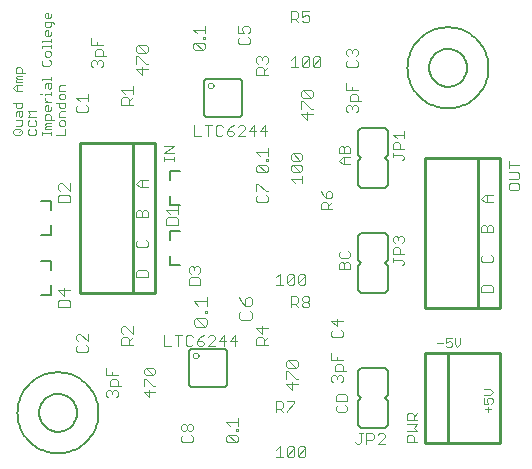
<source format=gto>
G75*
%MOIN*%
%OFA0B0*%
%FSLAX24Y24*%
%IPPOS*%
%LPD*%
%AMOC8*
5,1,8,0,0,1.08239X$1,22.5*
%
%ADD10C,0.0030*%
%ADD11C,0.0040*%
%ADD12C,0.0060*%
%ADD13C,0.0080*%
%ADD14C,0.0020*%
%ADD15C,0.0100*%
D10*
X003765Y002727D02*
X003765Y002850D01*
X003826Y002912D01*
X003888Y002912D01*
X003950Y002850D01*
X004012Y002912D01*
X004073Y002912D01*
X004135Y002850D01*
X004135Y002727D01*
X004073Y002665D01*
X003950Y002788D02*
X003950Y002850D01*
X003888Y003033D02*
X003888Y003218D01*
X003950Y003280D01*
X004073Y003280D01*
X004135Y003218D01*
X004135Y003033D01*
X004258Y003033D02*
X003888Y003033D01*
X003765Y002727D02*
X003826Y002665D01*
X003765Y003402D02*
X003765Y003649D01*
X003950Y003525D02*
X003950Y003402D01*
X004135Y003402D02*
X003765Y003402D01*
X003073Y004165D02*
X003135Y004227D01*
X003135Y004350D01*
X003073Y004412D01*
X003135Y004533D02*
X002888Y004780D01*
X002826Y004780D01*
X002765Y004718D01*
X002765Y004595D01*
X002826Y004533D01*
X002826Y004412D02*
X002765Y004350D01*
X002765Y004227D01*
X002826Y004165D01*
X003073Y004165D01*
X003135Y004533D02*
X003135Y004780D01*
X002535Y005678D02*
X002165Y005678D01*
X002165Y005864D01*
X002226Y005925D01*
X002473Y005925D01*
X002535Y005864D01*
X002535Y005678D01*
X002350Y006047D02*
X002350Y006294D01*
X002535Y006232D02*
X002165Y006232D01*
X002350Y006047D01*
X004265Y004968D02*
X004265Y004845D01*
X004326Y004783D01*
X004326Y004662D02*
X004265Y004600D01*
X004265Y004415D01*
X004635Y004415D01*
X004512Y004415D02*
X004512Y004600D01*
X004450Y004662D01*
X004326Y004662D01*
X004512Y004538D02*
X004635Y004662D01*
X004635Y004783D02*
X004388Y005030D01*
X004326Y005030D01*
X004265Y004968D01*
X004635Y005030D02*
X004635Y004783D01*
X005076Y003649D02*
X005323Y003402D01*
X005385Y003463D01*
X005385Y003587D01*
X005323Y003649D01*
X005076Y003649D01*
X005015Y003587D01*
X005015Y003463D01*
X005076Y003402D01*
X005323Y003402D01*
X005076Y003280D02*
X005323Y003033D01*
X005385Y003033D01*
X005385Y002850D02*
X005015Y002850D01*
X005200Y002665D01*
X005200Y002912D01*
X005015Y003033D02*
X005015Y003280D01*
X005076Y003280D01*
X006326Y001780D02*
X006388Y001780D01*
X006450Y001718D01*
X006450Y001595D01*
X006388Y001533D01*
X006326Y001533D01*
X006265Y001595D01*
X006265Y001718D01*
X006326Y001780D01*
X006450Y001718D02*
X006512Y001780D01*
X006573Y001780D01*
X006635Y001718D01*
X006635Y001595D01*
X006573Y001533D01*
X006512Y001533D01*
X006450Y001595D01*
X006573Y001412D02*
X006635Y001350D01*
X006635Y001227D01*
X006573Y001165D01*
X006326Y001165D01*
X006265Y001227D01*
X006265Y001350D01*
X006326Y001412D01*
X007765Y001350D02*
X007765Y001227D01*
X007826Y001165D01*
X008073Y001165D01*
X007826Y001412D01*
X008073Y001412D01*
X008135Y001350D01*
X008135Y001227D01*
X008073Y001165D01*
X007826Y001412D02*
X007765Y001350D01*
X008073Y001533D02*
X008073Y001595D01*
X008135Y001595D01*
X008135Y001533D01*
X008073Y001533D01*
X008135Y001717D02*
X008135Y001964D01*
X008135Y001841D02*
X007765Y001841D01*
X007888Y001717D01*
X009415Y002165D02*
X009415Y002535D01*
X009600Y002535D01*
X009662Y002474D01*
X009662Y002350D01*
X009600Y002288D01*
X009415Y002288D01*
X009538Y002288D02*
X009662Y002165D01*
X009783Y002165D02*
X009783Y002227D01*
X010030Y002474D01*
X010030Y002535D01*
X009783Y002535D01*
X009950Y002915D02*
X009950Y003162D01*
X010073Y003283D02*
X010135Y003283D01*
X010073Y003283D02*
X009826Y003530D01*
X009765Y003530D01*
X009765Y003283D01*
X009765Y003100D02*
X009950Y002915D01*
X010135Y003100D02*
X009765Y003100D01*
X009826Y003652D02*
X009765Y003713D01*
X009765Y003837D01*
X009826Y003899D01*
X010073Y003652D01*
X010135Y003713D01*
X010135Y003837D01*
X010073Y003899D01*
X009826Y003899D01*
X009826Y003652D02*
X010073Y003652D01*
X009135Y004415D02*
X008765Y004415D01*
X008765Y004600D01*
X008826Y004662D01*
X008950Y004662D01*
X009012Y004600D01*
X009012Y004415D01*
X009012Y004538D02*
X009135Y004662D01*
X008950Y004783D02*
X008950Y005030D01*
X009135Y004968D02*
X008765Y004968D01*
X008950Y004783D01*
X009915Y005665D02*
X009915Y006035D01*
X010100Y006035D01*
X010162Y005974D01*
X010162Y005850D01*
X010100Y005788D01*
X009915Y005788D01*
X010038Y005788D02*
X010162Y005665D01*
X010283Y005727D02*
X010283Y005788D01*
X010345Y005850D01*
X010468Y005850D01*
X010530Y005788D01*
X010530Y005727D01*
X010468Y005665D01*
X010345Y005665D01*
X010283Y005727D01*
X010345Y005850D02*
X010283Y005912D01*
X010283Y005974D01*
X010345Y006035D01*
X010468Y006035D01*
X010530Y005974D01*
X010530Y005912D01*
X010468Y005850D01*
X010337Y006415D02*
X010213Y006415D01*
X010152Y006477D01*
X010399Y006724D01*
X010399Y006477D01*
X010337Y006415D01*
X010152Y006477D02*
X010152Y006724D01*
X010213Y006785D01*
X010337Y006785D01*
X010399Y006724D01*
X010030Y006724D02*
X010030Y006477D01*
X009968Y006415D01*
X009845Y006415D01*
X009783Y006477D01*
X010030Y006724D01*
X009968Y006785D01*
X009845Y006785D01*
X009783Y006724D01*
X009783Y006477D01*
X009662Y006415D02*
X009415Y006415D01*
X009538Y006415D02*
X009538Y006785D01*
X009415Y006662D01*
X011265Y005218D02*
X011450Y005033D01*
X011450Y005280D01*
X011635Y005218D02*
X011265Y005218D01*
X011326Y004912D02*
X011265Y004850D01*
X011265Y004727D01*
X011326Y004665D01*
X011573Y004665D01*
X011635Y004727D01*
X011635Y004850D01*
X011573Y004912D01*
X011265Y004149D02*
X011265Y003902D01*
X011635Y003902D01*
X011573Y003780D02*
X011450Y003780D01*
X011388Y003718D01*
X011388Y003533D01*
X011758Y003533D01*
X011635Y003533D02*
X011635Y003718D01*
X011573Y003780D01*
X011450Y003902D02*
X011450Y004025D01*
X011512Y003412D02*
X011573Y003412D01*
X011635Y003350D01*
X011635Y003227D01*
X011573Y003165D01*
X011450Y003288D02*
X011450Y003350D01*
X011512Y003412D01*
X011450Y003350D02*
X011388Y003412D01*
X011326Y003412D01*
X011265Y003350D01*
X011265Y003227D01*
X011326Y003165D01*
X010337Y001035D02*
X010213Y001035D01*
X010152Y000974D01*
X010152Y000727D01*
X010399Y000974D01*
X010399Y000727D01*
X010337Y000665D01*
X010213Y000665D01*
X010152Y000727D01*
X010030Y000727D02*
X009968Y000665D01*
X009845Y000665D01*
X009783Y000727D01*
X010030Y000974D01*
X010030Y000727D01*
X010030Y000974D02*
X009968Y001035D01*
X009845Y001035D01*
X009783Y000974D01*
X009783Y000727D01*
X009662Y000665D02*
X009415Y000665D01*
X009538Y000665D02*
X009538Y001035D01*
X009415Y000912D01*
X010337Y001035D02*
X010399Y000974D01*
X014781Y004490D02*
X014975Y004490D01*
X015076Y004490D02*
X015172Y004538D01*
X015221Y004538D01*
X015269Y004490D01*
X015269Y004393D01*
X015221Y004345D01*
X015124Y004345D01*
X015076Y004393D01*
X015076Y004490D02*
X015076Y004635D01*
X015269Y004635D01*
X015370Y004635D02*
X015370Y004442D01*
X015467Y004345D01*
X015564Y004442D01*
X015564Y004635D01*
X016265Y006165D02*
X016265Y006350D01*
X016326Y006412D01*
X016573Y006412D01*
X016635Y006350D01*
X016635Y006165D01*
X016265Y006165D01*
X016326Y007165D02*
X016573Y007165D01*
X016635Y007227D01*
X016635Y007350D01*
X016573Y007412D01*
X016326Y007412D02*
X016265Y007350D01*
X016265Y007227D01*
X016326Y007165D01*
X016265Y008165D02*
X016265Y008350D01*
X016326Y008412D01*
X016388Y008412D01*
X016450Y008350D01*
X016450Y008165D01*
X016635Y008165D02*
X016635Y008350D01*
X016573Y008412D01*
X016512Y008412D01*
X016450Y008350D01*
X016635Y008165D02*
X016265Y008165D01*
X016388Y009165D02*
X016265Y009288D01*
X016388Y009412D01*
X016635Y009412D01*
X016450Y009412D02*
X016450Y009165D01*
X016388Y009165D02*
X016635Y009165D01*
X012135Y012227D02*
X012073Y012165D01*
X012135Y012227D02*
X012135Y012350D01*
X012073Y012412D01*
X012012Y012412D01*
X011950Y012350D01*
X011950Y012288D01*
X011950Y012350D02*
X011888Y012412D01*
X011826Y012412D01*
X011765Y012350D01*
X011765Y012227D01*
X011826Y012165D01*
X011888Y012533D02*
X011888Y012718D01*
X011950Y012780D01*
X012073Y012780D01*
X012135Y012718D01*
X012135Y012533D01*
X012258Y012533D02*
X011888Y012533D01*
X011950Y012902D02*
X011950Y013025D01*
X012135Y012902D02*
X011765Y012902D01*
X011765Y013149D01*
X011826Y013665D02*
X012073Y013665D01*
X012135Y013727D01*
X012135Y013850D01*
X012073Y013912D01*
X012073Y014033D02*
X012135Y014095D01*
X012135Y014218D01*
X012073Y014280D01*
X012012Y014280D01*
X011950Y014218D01*
X011950Y014157D01*
X011950Y014218D02*
X011888Y014280D01*
X011826Y014280D01*
X011765Y014218D01*
X011765Y014095D01*
X011826Y014033D01*
X011826Y013912D02*
X011765Y013850D01*
X011765Y013727D01*
X011826Y013665D01*
X010899Y013727D02*
X010837Y013665D01*
X010713Y013665D01*
X010652Y013727D01*
X010899Y013974D01*
X010899Y013727D01*
X010899Y013974D02*
X010837Y014035D01*
X010713Y014035D01*
X010652Y013974D01*
X010652Y013727D01*
X010530Y013727D02*
X010468Y013665D01*
X010345Y013665D01*
X010283Y013727D01*
X010530Y013974D01*
X010530Y013727D01*
X010530Y013974D02*
X010468Y014035D01*
X010345Y014035D01*
X010283Y013974D01*
X010283Y013727D01*
X010162Y013665D02*
X009915Y013665D01*
X010038Y013665D02*
X010038Y014035D01*
X009915Y013912D01*
X009135Y013968D02*
X009135Y013845D01*
X009073Y013783D01*
X009135Y013662D02*
X009012Y013538D01*
X009012Y013600D02*
X009012Y013415D01*
X009135Y013415D02*
X008765Y013415D01*
X008765Y013600D01*
X008826Y013662D01*
X008950Y013662D01*
X009012Y013600D01*
X008826Y013783D02*
X008765Y013845D01*
X008765Y013968D01*
X008826Y014030D01*
X008888Y014030D01*
X008950Y013968D01*
X009012Y014030D01*
X009073Y014030D01*
X009135Y013968D01*
X008950Y013968D02*
X008950Y013907D01*
X008473Y014428D02*
X008535Y014490D01*
X008535Y014614D01*
X008473Y014675D01*
X008473Y014797D02*
X008535Y014858D01*
X008535Y014982D01*
X008473Y015044D01*
X008350Y015044D01*
X008288Y014982D01*
X008288Y014920D01*
X008350Y014797D01*
X008165Y014797D01*
X008165Y015044D01*
X008226Y014675D02*
X008165Y014614D01*
X008165Y014490D01*
X008226Y014428D01*
X008473Y014428D01*
X007035Y014429D02*
X007035Y014306D01*
X006973Y014244D01*
X006726Y014491D01*
X006973Y014491D01*
X007035Y014429D01*
X007035Y014613D02*
X007035Y014674D01*
X006973Y014674D01*
X006973Y014613D01*
X007035Y014613D01*
X007035Y014797D02*
X007035Y015044D01*
X007035Y014920D02*
X006665Y014920D01*
X006788Y014797D01*
X006726Y014491D02*
X006665Y014429D01*
X006665Y014306D01*
X006726Y014244D01*
X006973Y014244D01*
X005135Y014213D02*
X005073Y014152D01*
X004826Y014399D01*
X005073Y014399D01*
X005135Y014337D01*
X005135Y014213D01*
X005073Y014152D02*
X004826Y014152D01*
X004765Y014213D01*
X004765Y014337D01*
X004826Y014399D01*
X004826Y014030D02*
X004765Y014030D01*
X004765Y013783D01*
X004765Y013600D02*
X004950Y013415D01*
X004950Y013662D01*
X005073Y013783D02*
X005135Y013783D01*
X005073Y013783D02*
X004826Y014030D01*
X004765Y013600D02*
X005135Y013600D01*
X004635Y013030D02*
X004635Y012783D01*
X004635Y012662D02*
X004512Y012538D01*
X004512Y012600D02*
X004512Y012415D01*
X004635Y012415D02*
X004265Y012415D01*
X004265Y012600D01*
X004326Y012662D01*
X004450Y012662D01*
X004512Y012600D01*
X004388Y012783D02*
X004265Y012907D01*
X004635Y012907D01*
X003635Y013727D02*
X003573Y013665D01*
X003635Y013727D02*
X003635Y013850D01*
X003573Y013912D01*
X003512Y013912D01*
X003450Y013850D01*
X003450Y013788D01*
X003450Y013850D02*
X003388Y013912D01*
X003326Y013912D01*
X003265Y013850D01*
X003265Y013727D01*
X003326Y013665D01*
X003388Y014033D02*
X003388Y014218D01*
X003450Y014280D01*
X003573Y014280D01*
X003635Y014218D01*
X003635Y014033D01*
X003758Y014033D02*
X003388Y014033D01*
X003450Y014402D02*
X003450Y014525D01*
X003635Y014402D02*
X003265Y014402D01*
X003265Y014649D01*
X002002Y015097D02*
X002002Y015145D01*
X001953Y015193D01*
X001712Y015193D01*
X001712Y015048D01*
X001760Y015000D01*
X001857Y015000D01*
X001905Y015048D01*
X001905Y015193D01*
X001857Y015295D02*
X001760Y015295D01*
X001712Y015343D01*
X001712Y015440D01*
X001760Y015488D01*
X001808Y015488D01*
X001808Y015295D01*
X001857Y015295D02*
X001905Y015343D01*
X001905Y015440D01*
X001808Y014899D02*
X001760Y014899D01*
X001712Y014850D01*
X001712Y014754D01*
X001760Y014705D01*
X001857Y014705D01*
X001905Y014754D01*
X001905Y014850D01*
X001808Y014899D02*
X001808Y014705D01*
X001905Y014606D02*
X001905Y014509D01*
X001905Y014557D02*
X001615Y014557D01*
X001615Y014509D01*
X001615Y014361D02*
X001905Y014361D01*
X001905Y014409D02*
X001905Y014312D01*
X001857Y014211D02*
X001760Y014211D01*
X001712Y014163D01*
X001712Y014066D01*
X001760Y014018D01*
X001857Y014018D01*
X001905Y014066D01*
X001905Y014163D01*
X001857Y014211D01*
X001615Y014312D02*
X001615Y014361D01*
X001663Y013917D02*
X001615Y013868D01*
X001615Y013771D01*
X001663Y013723D01*
X001857Y013723D01*
X001905Y013771D01*
X001905Y013868D01*
X001857Y013917D01*
X001905Y013329D02*
X001905Y013232D01*
X001905Y013280D02*
X001615Y013280D01*
X001615Y013232D01*
X001760Y013131D02*
X001905Y013131D01*
X001905Y012986D01*
X001857Y012937D01*
X001808Y012986D01*
X001808Y013131D01*
X001760Y013131D02*
X001712Y013082D01*
X001712Y012986D01*
X001712Y012789D02*
X001905Y012789D01*
X001905Y012741D02*
X001905Y012838D01*
X001712Y012789D02*
X001712Y012741D01*
X001712Y012641D02*
X001712Y012592D01*
X001808Y012495D01*
X001712Y012495D02*
X001905Y012495D01*
X001808Y012394D02*
X001760Y012394D01*
X001712Y012346D01*
X001712Y012249D01*
X001760Y012201D01*
X001857Y012201D01*
X001905Y012249D01*
X001905Y012346D01*
X001808Y012394D02*
X001808Y012201D01*
X001760Y012100D02*
X001857Y012100D01*
X001905Y012051D01*
X001905Y011906D01*
X002002Y011906D02*
X001712Y011906D01*
X001712Y012051D01*
X001760Y012100D01*
X001425Y012004D02*
X001135Y012004D01*
X001232Y012101D01*
X001135Y012198D01*
X001425Y012198D01*
X001377Y011903D02*
X001425Y011855D01*
X001425Y011758D01*
X001377Y011710D01*
X001183Y011710D01*
X001135Y011758D01*
X001135Y011855D01*
X001183Y011903D01*
X000945Y011903D02*
X000945Y011758D01*
X000897Y011710D01*
X000752Y011710D01*
X000703Y011608D02*
X000655Y011560D01*
X000655Y011463D01*
X000703Y011415D01*
X000897Y011415D01*
X000945Y011463D01*
X000945Y011560D01*
X000897Y011608D01*
X000703Y011608D01*
X000848Y011512D02*
X000945Y011608D01*
X001135Y011560D02*
X001135Y011463D01*
X001183Y011415D01*
X001377Y011415D01*
X001425Y011463D01*
X001425Y011560D01*
X001377Y011608D01*
X001183Y011608D02*
X001135Y011560D01*
X000945Y011903D02*
X000752Y011903D01*
X000752Y012053D02*
X000752Y012149D01*
X000800Y012198D01*
X000945Y012198D01*
X000945Y012053D01*
X000897Y012004D01*
X000848Y012053D01*
X000848Y012198D01*
X000800Y012299D02*
X000752Y012347D01*
X000752Y012492D01*
X000655Y012492D02*
X000945Y012492D01*
X000945Y012347D01*
X000897Y012299D01*
X000800Y012299D01*
X000800Y012888D02*
X000800Y013082D01*
X000752Y013082D02*
X000945Y013082D01*
X000945Y013183D02*
X000752Y013183D01*
X000752Y013231D01*
X000800Y013280D01*
X000752Y013328D01*
X000800Y013376D01*
X000945Y013376D01*
X000945Y013280D02*
X000800Y013280D01*
X000752Y013478D02*
X000752Y013623D01*
X000800Y013671D01*
X000897Y013671D01*
X000945Y013623D01*
X000945Y013478D01*
X001042Y013478D02*
X000752Y013478D01*
X000752Y013082D02*
X000655Y012985D01*
X000752Y012888D01*
X000945Y012888D01*
X001566Y012789D02*
X001615Y012789D01*
X002095Y012492D02*
X002385Y012492D01*
X002385Y012347D01*
X002337Y012299D01*
X002240Y012299D01*
X002192Y012347D01*
X002192Y012492D01*
X002240Y012594D02*
X002337Y012594D01*
X002385Y012642D01*
X002385Y012739D01*
X002337Y012787D01*
X002240Y012787D01*
X002192Y012739D01*
X002192Y012642D01*
X002240Y012594D01*
X002192Y012888D02*
X002192Y013033D01*
X002240Y013082D01*
X002385Y013082D01*
X002385Y012888D02*
X002192Y012888D01*
X002765Y012657D02*
X003135Y012657D01*
X003135Y012780D02*
X003135Y012533D01*
X003073Y012412D02*
X003135Y012350D01*
X003135Y012227D01*
X003073Y012165D01*
X002826Y012165D01*
X002765Y012227D01*
X002765Y012350D01*
X002826Y012412D01*
X002888Y012533D02*
X002765Y012657D01*
X002385Y012198D02*
X002240Y012198D01*
X002192Y012149D01*
X002192Y012004D01*
X002385Y012004D01*
X002337Y011903D02*
X002240Y011903D01*
X002192Y011855D01*
X002192Y011758D01*
X002240Y011710D01*
X002337Y011710D01*
X002385Y011758D01*
X002385Y011855D01*
X002337Y011903D01*
X002385Y011608D02*
X002385Y011415D01*
X002095Y011415D01*
X001905Y011415D02*
X001905Y011512D01*
X001905Y011463D02*
X001615Y011463D01*
X001615Y011415D02*
X001615Y011512D01*
X001712Y011611D02*
X001712Y011660D01*
X001760Y011708D01*
X001712Y011757D01*
X001760Y011805D01*
X001905Y011805D01*
X001905Y011708D02*
X001760Y011708D01*
X001712Y011611D02*
X001905Y011611D01*
X002226Y009794D02*
X002165Y009732D01*
X002165Y009608D01*
X002226Y009547D01*
X002226Y009425D02*
X002165Y009364D01*
X002165Y009178D01*
X002535Y009178D01*
X002535Y009364D01*
X002473Y009425D01*
X002226Y009425D01*
X002535Y009547D02*
X002288Y009794D01*
X002226Y009794D01*
X002535Y009794D02*
X002535Y009547D01*
X004765Y009788D02*
X004888Y009912D01*
X005135Y009912D01*
X004950Y009912D02*
X004950Y009665D01*
X004888Y009665D02*
X004765Y009788D01*
X004888Y009665D02*
X005135Y009665D01*
X005073Y008912D02*
X005135Y008850D01*
X005135Y008665D01*
X004765Y008665D01*
X004765Y008850D01*
X004826Y008912D01*
X004888Y008912D01*
X004950Y008850D01*
X004950Y008665D01*
X004950Y008850D02*
X005012Y008912D01*
X005073Y008912D01*
X005765Y008907D02*
X006135Y008907D01*
X006135Y009030D02*
X006135Y008783D01*
X006073Y008662D02*
X005826Y008662D01*
X005765Y008600D01*
X005765Y008415D01*
X006135Y008415D01*
X006135Y008600D01*
X006073Y008662D01*
X005888Y008783D02*
X005765Y008907D01*
X005073Y007912D02*
X005135Y007850D01*
X005135Y007727D01*
X005073Y007665D01*
X004826Y007665D01*
X004765Y007727D01*
X004765Y007850D01*
X004826Y007912D01*
X004826Y006912D02*
X004765Y006850D01*
X004765Y006665D01*
X005135Y006665D01*
X005135Y006850D01*
X005073Y006912D01*
X004826Y006912D01*
X006515Y006968D02*
X006515Y006845D01*
X006576Y006783D01*
X006576Y006662D02*
X006515Y006600D01*
X006515Y006415D01*
X006885Y006415D01*
X006885Y006600D01*
X006823Y006662D01*
X006576Y006662D01*
X006700Y006907D02*
X006700Y006968D01*
X006762Y007030D01*
X006823Y007030D01*
X006885Y006968D01*
X006885Y006845D01*
X006823Y006783D01*
X006700Y006968D02*
X006638Y007030D01*
X006576Y007030D01*
X006515Y006968D01*
X008765Y009227D02*
X008826Y009165D01*
X009073Y009165D01*
X009135Y009227D01*
X009135Y009350D01*
X009073Y009412D01*
X009073Y009533D02*
X009135Y009533D01*
X009073Y009533D02*
X008826Y009780D01*
X008765Y009780D01*
X008765Y009533D01*
X008826Y009412D02*
X008765Y009350D01*
X008765Y009227D01*
X008826Y010165D02*
X008765Y010227D01*
X008765Y010350D01*
X008826Y010412D01*
X009073Y010165D01*
X009135Y010227D01*
X009135Y010350D01*
X009073Y010412D01*
X008826Y010412D01*
X008826Y010165D02*
X009073Y010165D01*
X009073Y010533D02*
X009073Y010595D01*
X009135Y010595D01*
X009135Y010533D01*
X009073Y010533D01*
X009135Y010717D02*
X009135Y010964D01*
X009135Y010841D02*
X008765Y010841D01*
X008888Y010717D01*
X009915Y010732D02*
X009915Y010608D01*
X009976Y010547D01*
X010223Y010547D01*
X009976Y010794D01*
X010223Y010794D01*
X010285Y010732D01*
X010285Y010608D01*
X010223Y010547D01*
X010223Y010425D02*
X009976Y010425D01*
X010223Y010178D01*
X010285Y010240D01*
X010285Y010364D01*
X010223Y010425D01*
X009976Y010425D02*
X009915Y010364D01*
X009915Y010240D01*
X009976Y010178D01*
X010223Y010178D01*
X010285Y010057D02*
X010285Y009810D01*
X010285Y009933D02*
X009915Y009933D01*
X010038Y009810D01*
X010915Y009544D02*
X010976Y009420D01*
X011100Y009297D01*
X011100Y009482D01*
X011162Y009544D01*
X011223Y009544D01*
X011285Y009482D01*
X011285Y009358D01*
X011223Y009297D01*
X011100Y009297D01*
X011100Y009175D02*
X010976Y009175D01*
X010915Y009114D01*
X010915Y008928D01*
X011285Y008928D01*
X011162Y008928D02*
X011162Y009114D01*
X011100Y009175D01*
X011162Y009052D02*
X011285Y009175D01*
X009915Y010732D02*
X009976Y010794D01*
X010450Y011915D02*
X010450Y012162D01*
X010573Y012283D02*
X010635Y012283D01*
X010573Y012283D02*
X010326Y012530D01*
X010265Y012530D01*
X010265Y012283D01*
X010265Y012100D02*
X010450Y011915D01*
X010635Y012100D02*
X010265Y012100D01*
X010326Y012652D02*
X010265Y012713D01*
X010265Y012837D01*
X010326Y012899D01*
X010573Y012652D01*
X010635Y012713D01*
X010635Y012837D01*
X010573Y012899D01*
X010326Y012899D01*
X010326Y012652D02*
X010573Y012652D01*
X010468Y015165D02*
X010345Y015165D01*
X010283Y015227D01*
X010283Y015350D02*
X010407Y015412D01*
X010468Y015412D01*
X010530Y015350D01*
X010530Y015227D01*
X010468Y015165D01*
X010283Y015350D02*
X010283Y015535D01*
X010530Y015535D01*
X010162Y015474D02*
X010162Y015350D01*
X010100Y015288D01*
X009915Y015288D01*
X009915Y015165D02*
X009915Y015535D01*
X010100Y015535D01*
X010162Y015474D01*
X010038Y015288D02*
X010162Y015165D01*
X016345Y002948D02*
X016538Y002948D01*
X016635Y002851D01*
X016538Y002754D01*
X016345Y002754D01*
X016345Y002653D02*
X016345Y002460D01*
X016490Y002460D01*
X016442Y002556D01*
X016442Y002605D01*
X016490Y002653D01*
X016587Y002653D01*
X016635Y002605D01*
X016635Y002508D01*
X016587Y002460D01*
X016490Y002358D02*
X016490Y002165D01*
X016393Y002262D02*
X016587Y002262D01*
D11*
X014130Y002147D02*
X014010Y002027D01*
X014010Y002087D02*
X014010Y001907D01*
X014130Y001907D02*
X013770Y001907D01*
X013770Y002087D01*
X013830Y002147D01*
X013950Y002147D01*
X014010Y002087D01*
X014130Y001779D02*
X013770Y001779D01*
X014010Y001658D02*
X014130Y001779D01*
X014010Y001658D02*
X014130Y001538D01*
X013770Y001538D01*
X013830Y001410D02*
X013950Y001410D01*
X014010Y001350D01*
X014010Y001170D01*
X014130Y001170D02*
X013770Y001170D01*
X013770Y001350D01*
X013830Y001410D01*
X013042Y001420D02*
X012982Y001480D01*
X012862Y001480D01*
X012802Y001420D01*
X012674Y001420D02*
X012674Y001300D01*
X012614Y001240D01*
X012433Y001240D01*
X012433Y001120D02*
X012433Y001480D01*
X012614Y001480D01*
X012674Y001420D01*
X012802Y001120D02*
X013042Y001360D01*
X013042Y001420D01*
X013042Y001120D02*
X012802Y001120D01*
X012245Y001180D02*
X012245Y001480D01*
X012185Y001480D02*
X012305Y001480D01*
X012245Y001180D02*
X012185Y001120D01*
X012125Y001120D01*
X012065Y001180D01*
X011720Y002170D02*
X011480Y002170D01*
X011420Y002230D01*
X011420Y002350D01*
X011480Y002410D01*
X011420Y002538D02*
X011420Y002718D01*
X011480Y002779D01*
X011720Y002779D01*
X011780Y002718D01*
X011780Y002538D01*
X011420Y002538D01*
X011720Y002410D02*
X011780Y002350D01*
X011780Y002230D01*
X011720Y002170D01*
X008630Y005326D02*
X008553Y005249D01*
X008246Y005249D01*
X008170Y005326D01*
X008170Y005479D01*
X008246Y005556D01*
X008400Y005710D02*
X008400Y005940D01*
X008477Y006017D01*
X008553Y006017D01*
X008630Y005940D01*
X008630Y005786D01*
X008553Y005710D01*
X008400Y005710D01*
X008246Y005863D01*
X008170Y006017D01*
X008553Y005556D02*
X008630Y005479D01*
X008630Y005326D01*
X008060Y004730D02*
X007880Y004550D01*
X008120Y004550D01*
X008060Y004370D02*
X008060Y004730D01*
X007752Y004550D02*
X007512Y004550D01*
X007692Y004730D01*
X007692Y004370D01*
X007383Y004370D02*
X007143Y004370D01*
X007383Y004610D01*
X007383Y004670D01*
X007323Y004730D01*
X007203Y004730D01*
X007143Y004670D01*
X007015Y004730D02*
X006895Y004670D01*
X006775Y004550D01*
X006955Y004550D01*
X007015Y004490D01*
X007015Y004430D01*
X006955Y004370D01*
X006835Y004370D01*
X006775Y004430D01*
X006775Y004550D01*
X006647Y004430D02*
X006587Y004370D01*
X006467Y004370D01*
X006407Y004430D01*
X006407Y004670D01*
X006467Y004730D01*
X006587Y004730D01*
X006647Y004670D01*
X006279Y004730D02*
X006038Y004730D01*
X006158Y004730D02*
X006158Y004370D01*
X005910Y004370D02*
X005670Y004370D01*
X005670Y004730D01*
X006670Y005096D02*
X006670Y005249D01*
X006746Y005326D01*
X007053Y005019D01*
X007130Y005096D01*
X007130Y005249D01*
X007053Y005326D01*
X006746Y005326D01*
X006670Y005096D02*
X006746Y005019D01*
X007053Y005019D01*
X007053Y005479D02*
X007053Y005556D01*
X007130Y005556D01*
X007130Y005479D01*
X007053Y005479D01*
X007130Y005710D02*
X007130Y006017D01*
X007130Y005863D02*
X006670Y005863D01*
X006823Y005710D01*
X011520Y006933D02*
X011520Y007114D01*
X011580Y007174D01*
X011640Y007174D01*
X011700Y007114D01*
X011700Y006933D01*
X011880Y006933D02*
X011880Y007114D01*
X011820Y007174D01*
X011760Y007174D01*
X011700Y007114D01*
X011580Y007302D02*
X011820Y007302D01*
X011880Y007362D01*
X011880Y007482D01*
X011820Y007542D01*
X011580Y007542D02*
X011520Y007482D01*
X011520Y007362D01*
X011580Y007302D01*
X011520Y006933D02*
X011880Y006933D01*
X013320Y007185D02*
X013320Y007305D01*
X013320Y007245D02*
X013620Y007245D01*
X013680Y007185D01*
X013680Y007125D01*
X013620Y007065D01*
X013680Y007433D02*
X013320Y007433D01*
X013320Y007614D01*
X013380Y007674D01*
X013500Y007674D01*
X013560Y007614D01*
X013560Y007433D01*
X013620Y007802D02*
X013680Y007862D01*
X013680Y007982D01*
X013620Y008042D01*
X013560Y008042D01*
X013500Y007982D01*
X013500Y007922D01*
X013500Y007982D02*
X013440Y008042D01*
X013380Y008042D01*
X013320Y007982D01*
X013320Y007862D01*
X013380Y007802D01*
X011880Y010433D02*
X011640Y010433D01*
X011520Y010553D01*
X011640Y010674D01*
X011880Y010674D01*
X011880Y010802D02*
X011880Y010982D01*
X011820Y011042D01*
X011760Y011042D01*
X011700Y010982D01*
X011700Y010802D01*
X011700Y010674D02*
X011700Y010433D01*
X011880Y010802D02*
X011520Y010802D01*
X011520Y010982D01*
X011580Y011042D01*
X011640Y011042D01*
X011700Y010982D01*
X013320Y010933D02*
X013320Y011114D01*
X013380Y011174D01*
X013500Y011174D01*
X013560Y011114D01*
X013560Y010933D01*
X013680Y010933D02*
X013320Y010933D01*
X013320Y010805D02*
X013320Y010685D01*
X013320Y010745D02*
X013620Y010745D01*
X013680Y010685D01*
X013680Y010625D01*
X013620Y010565D01*
X013680Y011302D02*
X013680Y011542D01*
X013680Y011422D02*
X013320Y011422D01*
X013440Y011302D01*
X017170Y010542D02*
X017170Y010302D01*
X017170Y010422D02*
X017530Y010422D01*
X017470Y010174D02*
X017170Y010174D01*
X017170Y009933D02*
X017470Y009933D01*
X017530Y009993D01*
X017530Y010114D01*
X017470Y010174D01*
X017470Y009805D02*
X017230Y009805D01*
X017170Y009745D01*
X017170Y009625D01*
X017230Y009565D01*
X017470Y009565D01*
X017530Y009625D01*
X017530Y009745D01*
X017470Y009805D01*
X009120Y011550D02*
X008880Y011550D01*
X009060Y011730D01*
X009060Y011370D01*
X008752Y011550D02*
X008512Y011550D01*
X008692Y011730D01*
X008692Y011370D01*
X008383Y011370D02*
X008143Y011370D01*
X008383Y011610D01*
X008383Y011670D01*
X008323Y011730D01*
X008203Y011730D01*
X008143Y011670D01*
X008015Y011730D02*
X007895Y011670D01*
X007775Y011550D01*
X007955Y011550D01*
X008015Y011490D01*
X008015Y011430D01*
X007955Y011370D01*
X007835Y011370D01*
X007775Y011430D01*
X007775Y011550D01*
X007647Y011430D02*
X007587Y011370D01*
X007467Y011370D01*
X007407Y011430D01*
X007407Y011670D01*
X007467Y011730D01*
X007587Y011730D01*
X007647Y011670D01*
X007279Y011730D02*
X007038Y011730D01*
X007158Y011730D02*
X007158Y011370D01*
X006910Y011370D02*
X006670Y011370D01*
X006670Y011730D01*
X006030Y011042D02*
X005670Y011042D01*
X005670Y010802D02*
X006030Y011042D01*
X006030Y010802D02*
X005670Y010802D01*
X005670Y010676D02*
X005670Y010556D01*
X005670Y010616D02*
X006030Y010616D01*
X006030Y010556D02*
X006030Y010676D01*
D12*
X005890Y010210D02*
X005890Y009899D01*
X005890Y010210D02*
X006223Y010210D01*
X005890Y009391D02*
X005890Y009090D01*
X006223Y009090D01*
X006223Y008210D02*
X005890Y008210D01*
X005890Y007899D01*
X005890Y007391D02*
X005890Y007090D01*
X006223Y007090D01*
X006638Y004290D02*
X007661Y004290D01*
X007681Y004288D01*
X007701Y004284D01*
X007719Y004276D01*
X007736Y004266D01*
X007752Y004253D01*
X007765Y004237D01*
X007775Y004220D01*
X007783Y004202D01*
X007787Y004182D01*
X007789Y004162D01*
X007789Y003139D01*
X007787Y003119D01*
X007783Y003099D01*
X007775Y003081D01*
X007765Y003064D01*
X007752Y003048D01*
X007736Y003035D01*
X007719Y003025D01*
X007701Y003017D01*
X007681Y003013D01*
X007661Y003011D01*
X006638Y003011D01*
X006618Y003013D01*
X006598Y003017D01*
X006580Y003025D01*
X006563Y003035D01*
X006547Y003048D01*
X006534Y003064D01*
X006524Y003081D01*
X006516Y003099D01*
X006512Y003119D01*
X006510Y003139D01*
X006510Y004178D01*
X006510Y004162D02*
X006512Y004182D01*
X006516Y004202D01*
X006524Y004220D01*
X006534Y004237D01*
X006547Y004253D01*
X006563Y004266D01*
X006580Y004276D01*
X006598Y004284D01*
X006618Y004288D01*
X006638Y004290D01*
X000800Y002150D02*
X000802Y002223D01*
X000808Y002296D01*
X000818Y002368D01*
X000832Y002440D01*
X000849Y002511D01*
X000871Y002581D01*
X000896Y002650D01*
X000925Y002717D01*
X000957Y002782D01*
X000993Y002846D01*
X001033Y002908D01*
X001075Y002967D01*
X001121Y003024D01*
X001170Y003078D01*
X001222Y003130D01*
X001276Y003179D01*
X001333Y003225D01*
X001392Y003267D01*
X001454Y003307D01*
X001518Y003343D01*
X001583Y003375D01*
X001650Y003404D01*
X001719Y003429D01*
X001789Y003451D01*
X001860Y003468D01*
X001932Y003482D01*
X002004Y003492D01*
X002077Y003498D01*
X002150Y003500D01*
X002223Y003498D01*
X002296Y003492D01*
X002368Y003482D01*
X002440Y003468D01*
X002511Y003451D01*
X002581Y003429D01*
X002650Y003404D01*
X002717Y003375D01*
X002782Y003343D01*
X002846Y003307D01*
X002908Y003267D01*
X002967Y003225D01*
X003024Y003179D01*
X003078Y003130D01*
X003130Y003078D01*
X003179Y003024D01*
X003225Y002967D01*
X003267Y002908D01*
X003307Y002846D01*
X003343Y002782D01*
X003375Y002717D01*
X003404Y002650D01*
X003429Y002581D01*
X003451Y002511D01*
X003468Y002440D01*
X003482Y002368D01*
X003492Y002296D01*
X003498Y002223D01*
X003500Y002150D01*
X003498Y002077D01*
X003492Y002004D01*
X003482Y001932D01*
X003468Y001860D01*
X003451Y001789D01*
X003429Y001719D01*
X003404Y001650D01*
X003375Y001583D01*
X003343Y001518D01*
X003307Y001454D01*
X003267Y001392D01*
X003225Y001333D01*
X003179Y001276D01*
X003130Y001222D01*
X003078Y001170D01*
X003024Y001121D01*
X002967Y001075D01*
X002908Y001033D01*
X002846Y000993D01*
X002782Y000957D01*
X002717Y000925D01*
X002650Y000896D01*
X002581Y000871D01*
X002511Y000849D01*
X002440Y000832D01*
X002368Y000818D01*
X002296Y000808D01*
X002223Y000802D01*
X002150Y000800D01*
X002077Y000802D01*
X002004Y000808D01*
X001932Y000818D01*
X001860Y000832D01*
X001789Y000849D01*
X001719Y000871D01*
X001650Y000896D01*
X001583Y000925D01*
X001518Y000957D01*
X001454Y000993D01*
X001392Y001033D01*
X001333Y001075D01*
X001276Y001121D01*
X001222Y001170D01*
X001170Y001222D01*
X001121Y001276D01*
X001075Y001333D01*
X001033Y001392D01*
X000993Y001454D01*
X000957Y001518D01*
X000925Y001583D01*
X000896Y001650D01*
X000871Y001719D01*
X000849Y001789D01*
X000832Y001860D01*
X000818Y001932D01*
X000808Y002004D01*
X000802Y002077D01*
X000800Y002150D01*
X001577Y006090D02*
X001910Y006090D01*
X001910Y006401D01*
X001910Y006909D02*
X001910Y007210D01*
X001577Y007210D01*
X001577Y008090D02*
X001910Y008090D01*
X001910Y008401D01*
X001910Y008909D02*
X001910Y009210D01*
X001577Y009210D01*
X007010Y012139D02*
X007010Y013178D01*
X007010Y013162D02*
X007012Y013182D01*
X007016Y013202D01*
X007024Y013220D01*
X007034Y013237D01*
X007047Y013253D01*
X007063Y013266D01*
X007080Y013276D01*
X007098Y013284D01*
X007118Y013288D01*
X007138Y013290D01*
X008161Y013290D01*
X008181Y013288D01*
X008201Y013284D01*
X008219Y013276D01*
X008236Y013266D01*
X008252Y013253D01*
X008265Y013237D01*
X008275Y013220D01*
X008283Y013202D01*
X008287Y013182D01*
X008289Y013162D01*
X008289Y012139D01*
X008287Y012119D01*
X008283Y012099D01*
X008275Y012081D01*
X008265Y012064D01*
X008252Y012048D01*
X008236Y012035D01*
X008219Y012025D01*
X008201Y012017D01*
X008181Y012013D01*
X008161Y012011D01*
X007138Y012011D01*
X007118Y012013D01*
X007098Y012017D01*
X007080Y012025D01*
X007063Y012035D01*
X007047Y012048D01*
X007034Y012064D01*
X007024Y012081D01*
X007016Y012099D01*
X007012Y012119D01*
X007010Y012139D01*
X012150Y011550D02*
X012150Y010750D01*
X012250Y010650D01*
X012150Y010550D01*
X012150Y009750D01*
X012250Y009650D01*
X013050Y009650D01*
X013150Y009750D01*
X013150Y010550D01*
X013050Y010650D01*
X013150Y010750D01*
X013150Y011550D01*
X013050Y011650D01*
X012250Y011650D01*
X012150Y011550D01*
X013800Y013650D02*
X013802Y013723D01*
X013808Y013796D01*
X013818Y013868D01*
X013832Y013940D01*
X013849Y014011D01*
X013871Y014081D01*
X013896Y014150D01*
X013925Y014217D01*
X013957Y014282D01*
X013993Y014346D01*
X014033Y014408D01*
X014075Y014467D01*
X014121Y014524D01*
X014170Y014578D01*
X014222Y014630D01*
X014276Y014679D01*
X014333Y014725D01*
X014392Y014767D01*
X014454Y014807D01*
X014518Y014843D01*
X014583Y014875D01*
X014650Y014904D01*
X014719Y014929D01*
X014789Y014951D01*
X014860Y014968D01*
X014932Y014982D01*
X015004Y014992D01*
X015077Y014998D01*
X015150Y015000D01*
X015223Y014998D01*
X015296Y014992D01*
X015368Y014982D01*
X015440Y014968D01*
X015511Y014951D01*
X015581Y014929D01*
X015650Y014904D01*
X015717Y014875D01*
X015782Y014843D01*
X015846Y014807D01*
X015908Y014767D01*
X015967Y014725D01*
X016024Y014679D01*
X016078Y014630D01*
X016130Y014578D01*
X016179Y014524D01*
X016225Y014467D01*
X016267Y014408D01*
X016307Y014346D01*
X016343Y014282D01*
X016375Y014217D01*
X016404Y014150D01*
X016429Y014081D01*
X016451Y014011D01*
X016468Y013940D01*
X016482Y013868D01*
X016492Y013796D01*
X016498Y013723D01*
X016500Y013650D01*
X016498Y013577D01*
X016492Y013504D01*
X016482Y013432D01*
X016468Y013360D01*
X016451Y013289D01*
X016429Y013219D01*
X016404Y013150D01*
X016375Y013083D01*
X016343Y013018D01*
X016307Y012954D01*
X016267Y012892D01*
X016225Y012833D01*
X016179Y012776D01*
X016130Y012722D01*
X016078Y012670D01*
X016024Y012621D01*
X015967Y012575D01*
X015908Y012533D01*
X015846Y012493D01*
X015782Y012457D01*
X015717Y012425D01*
X015650Y012396D01*
X015581Y012371D01*
X015511Y012349D01*
X015440Y012332D01*
X015368Y012318D01*
X015296Y012308D01*
X015223Y012302D01*
X015150Y012300D01*
X015077Y012302D01*
X015004Y012308D01*
X014932Y012318D01*
X014860Y012332D01*
X014789Y012349D01*
X014719Y012371D01*
X014650Y012396D01*
X014583Y012425D01*
X014518Y012457D01*
X014454Y012493D01*
X014392Y012533D01*
X014333Y012575D01*
X014276Y012621D01*
X014222Y012670D01*
X014170Y012722D01*
X014121Y012776D01*
X014075Y012833D01*
X014033Y012892D01*
X013993Y012954D01*
X013957Y013018D01*
X013925Y013083D01*
X013896Y013150D01*
X013871Y013219D01*
X013849Y013289D01*
X013832Y013360D01*
X013818Y013432D01*
X013808Y013504D01*
X013802Y013577D01*
X013800Y013650D01*
X013050Y008150D02*
X012250Y008150D01*
X012150Y008050D01*
X012150Y007250D01*
X012250Y007150D01*
X012150Y007050D01*
X012150Y006250D01*
X012250Y006150D01*
X013050Y006150D01*
X013150Y006250D01*
X013150Y007050D01*
X013050Y007150D01*
X013150Y007250D01*
X013150Y008050D01*
X013050Y008150D01*
X013050Y003650D02*
X012250Y003650D01*
X012150Y003550D01*
X012150Y002750D01*
X012250Y002650D01*
X012150Y002550D01*
X012150Y001750D01*
X012250Y001650D01*
X013050Y001650D01*
X013150Y001750D01*
X013150Y002550D01*
X013050Y002650D01*
X013150Y002750D01*
X013150Y003550D01*
X013050Y003650D01*
D13*
X001520Y002150D02*
X001522Y002200D01*
X001528Y002250D01*
X001538Y002299D01*
X001552Y002347D01*
X001569Y002394D01*
X001590Y002439D01*
X001615Y002483D01*
X001643Y002524D01*
X001675Y002563D01*
X001709Y002600D01*
X001746Y002634D01*
X001786Y002664D01*
X001828Y002691D01*
X001872Y002715D01*
X001918Y002736D01*
X001965Y002752D01*
X002013Y002765D01*
X002063Y002774D01*
X002112Y002779D01*
X002163Y002780D01*
X002213Y002777D01*
X002262Y002770D01*
X002311Y002759D01*
X002359Y002744D01*
X002405Y002726D01*
X002450Y002704D01*
X002493Y002678D01*
X002534Y002649D01*
X002573Y002617D01*
X002609Y002582D01*
X002641Y002544D01*
X002671Y002504D01*
X002698Y002461D01*
X002721Y002417D01*
X002740Y002371D01*
X002756Y002323D01*
X002768Y002274D01*
X002776Y002225D01*
X002780Y002175D01*
X002780Y002125D01*
X002776Y002075D01*
X002768Y002026D01*
X002756Y001977D01*
X002740Y001929D01*
X002721Y001883D01*
X002698Y001839D01*
X002671Y001796D01*
X002641Y001756D01*
X002609Y001718D01*
X002573Y001683D01*
X002534Y001651D01*
X002493Y001622D01*
X002450Y001596D01*
X002405Y001574D01*
X002359Y001556D01*
X002311Y001541D01*
X002262Y001530D01*
X002213Y001523D01*
X002163Y001520D01*
X002112Y001521D01*
X002063Y001526D01*
X002013Y001535D01*
X001965Y001548D01*
X001918Y001564D01*
X001872Y001585D01*
X001828Y001609D01*
X001786Y001636D01*
X001746Y001666D01*
X001709Y001700D01*
X001675Y001737D01*
X001643Y001776D01*
X001615Y001817D01*
X001590Y001861D01*
X001569Y001906D01*
X001552Y001953D01*
X001538Y002001D01*
X001528Y002050D01*
X001522Y002100D01*
X001520Y002150D01*
X014520Y013650D02*
X014522Y013700D01*
X014528Y013750D01*
X014538Y013799D01*
X014552Y013847D01*
X014569Y013894D01*
X014590Y013939D01*
X014615Y013983D01*
X014643Y014024D01*
X014675Y014063D01*
X014709Y014100D01*
X014746Y014134D01*
X014786Y014164D01*
X014828Y014191D01*
X014872Y014215D01*
X014918Y014236D01*
X014965Y014252D01*
X015013Y014265D01*
X015063Y014274D01*
X015112Y014279D01*
X015163Y014280D01*
X015213Y014277D01*
X015262Y014270D01*
X015311Y014259D01*
X015359Y014244D01*
X015405Y014226D01*
X015450Y014204D01*
X015493Y014178D01*
X015534Y014149D01*
X015573Y014117D01*
X015609Y014082D01*
X015641Y014044D01*
X015671Y014004D01*
X015698Y013961D01*
X015721Y013917D01*
X015740Y013871D01*
X015756Y013823D01*
X015768Y013774D01*
X015776Y013725D01*
X015780Y013675D01*
X015780Y013625D01*
X015776Y013575D01*
X015768Y013526D01*
X015756Y013477D01*
X015740Y013429D01*
X015721Y013383D01*
X015698Y013339D01*
X015671Y013296D01*
X015641Y013256D01*
X015609Y013218D01*
X015573Y013183D01*
X015534Y013151D01*
X015493Y013122D01*
X015450Y013096D01*
X015405Y013074D01*
X015359Y013056D01*
X015311Y013041D01*
X015262Y013030D01*
X015213Y013023D01*
X015163Y013020D01*
X015112Y013021D01*
X015063Y013026D01*
X015013Y013035D01*
X014965Y013048D01*
X014918Y013064D01*
X014872Y013085D01*
X014828Y013109D01*
X014786Y013136D01*
X014746Y013166D01*
X014709Y013200D01*
X014675Y013237D01*
X014643Y013276D01*
X014615Y013317D01*
X014590Y013361D01*
X014569Y013406D01*
X014552Y013453D01*
X014538Y013501D01*
X014528Y013550D01*
X014522Y013600D01*
X014520Y013650D01*
D14*
X007144Y013062D02*
X007146Y013081D01*
X007152Y013100D01*
X007161Y013117D01*
X007174Y013132D01*
X007189Y013143D01*
X007207Y013152D01*
X007225Y013157D01*
X007245Y013158D01*
X007264Y013155D01*
X007282Y013148D01*
X007299Y013138D01*
X007313Y013125D01*
X007324Y013109D01*
X007332Y013091D01*
X007336Y013072D01*
X007336Y013052D01*
X007332Y013033D01*
X007324Y013015D01*
X007313Y012999D01*
X007299Y012986D01*
X007282Y012976D01*
X007264Y012969D01*
X007245Y012966D01*
X007225Y012967D01*
X007207Y012972D01*
X007189Y012981D01*
X007174Y012992D01*
X007161Y013007D01*
X007152Y013024D01*
X007146Y013043D01*
X007144Y013062D01*
X006644Y004062D02*
X006646Y004081D01*
X006652Y004100D01*
X006661Y004117D01*
X006674Y004132D01*
X006689Y004143D01*
X006707Y004152D01*
X006725Y004157D01*
X006745Y004158D01*
X006764Y004155D01*
X006782Y004148D01*
X006799Y004138D01*
X006813Y004125D01*
X006824Y004109D01*
X006832Y004091D01*
X006836Y004072D01*
X006836Y004052D01*
X006832Y004033D01*
X006824Y004015D01*
X006813Y003999D01*
X006799Y003986D01*
X006782Y003976D01*
X006764Y003969D01*
X006745Y003966D01*
X006725Y003967D01*
X006707Y003972D01*
X006689Y003981D01*
X006674Y003992D01*
X006661Y004007D01*
X006652Y004024D01*
X006646Y004043D01*
X006644Y004062D01*
D15*
X005400Y006150D02*
X004650Y006150D01*
X004650Y011150D01*
X005400Y011150D01*
X005400Y006150D01*
X004650Y006150D02*
X002900Y006150D01*
X002900Y011150D01*
X004650Y011150D01*
X014400Y010650D02*
X014400Y005650D01*
X016150Y005650D01*
X016150Y010650D01*
X016900Y010650D01*
X016900Y005650D01*
X016150Y005650D01*
X016900Y004150D02*
X015150Y004150D01*
X015150Y001150D01*
X014400Y001150D01*
X014400Y004150D01*
X015150Y004150D01*
X016900Y004150D02*
X016900Y001150D01*
X015150Y001150D01*
X014400Y010650D02*
X016150Y010650D01*
M02*

</source>
